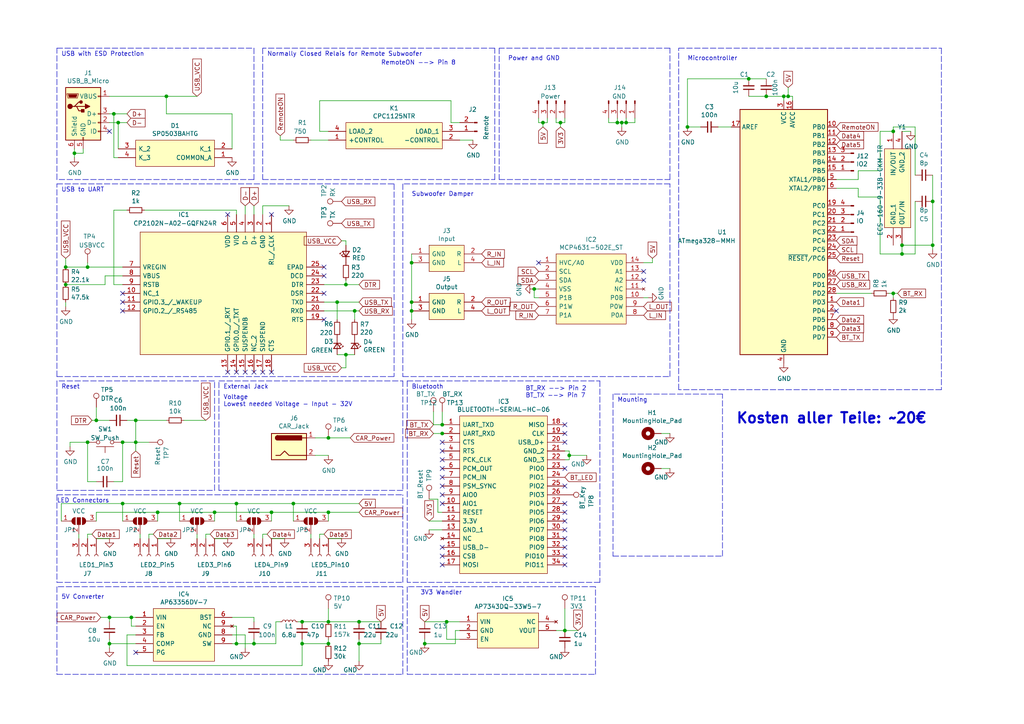
<source format=kicad_sch>
(kicad_sch (version 20211123) (generator eeschema)
  (paper "A4")
  (junction (at 25.4 77.47))
  (junction (at 199.39 36.83))
  (junction (at 154.94 83.82))
  (junction (at 100.33 102.87))
  (junction (at 100.33 82.55))
  (junction (at 95.25 186.69))
  (junction (at 162.56 35.56))
  (junction (at 119.38 87.63))
  (junction (at 179.07 35.56))
  (junction (at 104.14 186.69))
  (junction (at 119.38 76.2))
  (junction (at 73.66 186.69))
  (junction (at 119.38 90.17))
  (junction (at 21.59 44.45))
  (junction (at 228.6 27.94))
  (junction (at 68.58 186.69))
  (junction (at 39.37 121.92))
  (junction (at 157.48 35.56))
  (junction (at 270.51 58.42))
  (junction (at 102.87 90.17))
  (junction (at 19.05 82.55))
  (junction (at 35.56 128.27))
  (junction (at 85.09 146.05))
  (junction (at 78.74 148.59))
  (junction (at 87.63 180.34))
  (junction (at 163.83 182.88))
  (junction (at 261.62 73.66))
  (junction (at 68.58 146.05))
  (junction (at 62.23 148.59))
  (junction (at 31.75 186.69))
  (junction (at 39.37 128.27))
  (junction (at 129.54 180.34))
  (junction (at 128.27 123.19))
  (junction (at 48.26 27.94))
  (junction (at 217.17 22.86))
  (junction (at 222.25 27.94))
  (junction (at 165.1 132.08))
  (junction (at 27.94 121.92))
  (junction (at 45.72 148.59))
  (junction (at 33.02 33.02))
  (junction (at 128.27 125.73))
  (junction (at 227.33 27.94))
  (junction (at 95.25 127))
  (junction (at 38.1 179.07))
  (junction (at 25.4 128.27))
  (junction (at 261.62 71.12))
  (junction (at 95.25 148.59))
  (junction (at 123.19 186.69))
  (junction (at 104.14 180.34))
  (junction (at 34.29 35.56))
  (junction (at 35.56 146.05))
  (junction (at 87.63 186.69))
  (junction (at 180.34 35.56))
  (junction (at 97.79 87.63))
  (junction (at 95.25 180.34))
  (junction (at 259.08 38.1))
  (junction (at 19.05 77.47))
  (junction (at 270.51 71.12))
  (junction (at 31.75 179.07))
  (junction (at 181.61 35.56))
  (junction (at 259.08 85.09))
  (junction (at 52.07 146.05))
  (no_connect (at 128.27 163.83))
  (no_connect (at 78.74 62.23))
  (no_connect (at 76.2 107.95))
  (no_connect (at 31.75 38.1))
  (no_connect (at 156.21 76.2))
  (no_connect (at 71.12 107.95))
  (no_connect (at 163.83 151.13))
  (no_connect (at 39.37 189.23))
  (no_connect (at 93.98 92.71))
  (no_connect (at 128.27 130.81))
  (no_connect (at 163.83 125.73))
  (no_connect (at 128.27 158.75))
  (no_connect (at 242.57 90.17))
  (no_connect (at 163.83 123.19))
  (no_connect (at 128.27 140.97))
  (no_connect (at 128.27 133.35))
  (no_connect (at 163.83 146.05))
  (no_connect (at 163.83 161.29))
  (no_connect (at 186.69 81.28))
  (no_connect (at 93.98 77.47))
  (no_connect (at 163.83 128.27))
  (no_connect (at 163.83 153.67))
  (no_connect (at 128.27 143.51))
  (no_connect (at 35.56 90.17))
  (no_connect (at 163.83 135.89))
  (no_connect (at 163.83 148.59))
  (no_connect (at 128.27 128.27))
  (no_connect (at 128.27 138.43))
  (no_connect (at 128.27 146.05))
  (no_connect (at 163.83 140.97))
  (no_connect (at 128.27 161.29))
  (no_connect (at 66.04 107.95))
  (no_connect (at 163.83 163.83))
  (no_connect (at 163.83 158.75))
  (no_connect (at 73.66 107.95))
  (no_connect (at 186.69 78.74))
  (no_connect (at 35.56 85.09))
  (no_connect (at 163.83 156.21))
  (no_connect (at 68.58 107.95))
  (no_connect (at 93.98 85.09))
  (no_connect (at 35.56 87.63))
  (no_connect (at 128.27 135.89))
  (no_connect (at 93.98 80.01))
  (no_connect (at 66.04 62.23))
  (no_connect (at 78.74 107.95))
  (wire (pts (xy 154.94 83.82) (xy 154.94 86.36)))
  (wire (pts (xy 87.63 186.69) (xy 87.63 193.04)))
  (wire (pts (xy 25.4 128.27) (xy 25.4 139.7)))
  (wire (pts (xy 95.25 148.59) (xy 95.25 151.13)))
  (wire (pts (xy 67.31 181.61) (xy 68.58 181.61)))
  (polyline (pts (xy 194.31 109.22) (xy 194.31 53.34)))
  (wire (pts (xy 259.08 85.09) (xy 257.81 85.09)))
  (wire (pts (xy 81.28 40.64) (xy 85.09 40.64)))
  (wire (pts (xy 21.59 44.45) (xy 24.13 44.45)))
  (wire (pts (xy 31.75 180.34) (xy 31.75 179.07)))
  (wire (pts (xy 125.73 119.38) (xy 125.73 123.19)))
  (wire (pts (xy 19.05 74.93) (xy 19.05 77.47)))
  (wire (pts (xy 73.66 186.69) (xy 73.66 185.42)))
  (wire (pts (xy 199.39 22.86) (xy 199.39 36.83)))
  (wire (pts (xy 87.63 186.69) (xy 87.63 185.42)))
  (polyline (pts (xy 144.78 13.97) (xy 144.78 52.07)))
  (polyline (pts (xy 173.99 110.49) (xy 173.99 168.91)))
  (wire (pts (xy 68.58 151.13) (xy 68.58 146.05)))
  (wire (pts (xy 43.18 128.27) (xy 39.37 128.27)))
  (wire (pts (xy 33.02 82.55) (xy 33.02 60.96)))
  (wire (pts (xy 119.38 92.71) (xy 119.38 90.17)))
  (polyline (pts (xy 16.51 195.58) (xy 116.84 195.58)))
  (wire (pts (xy 62.23 148.59) (xy 62.23 151.13)))
  (wire (pts (xy 21.59 45.72) (xy 21.59 44.45)))
  (wire (pts (xy 67.31 43.18) (xy 67.31 33.02)))
  (wire (pts (xy 52.07 151.13) (xy 52.07 146.05)))
  (wire (pts (xy 57.15 154.94) (xy 57.15 156.21)))
  (polyline (pts (xy 118.11 110.49) (xy 173.99 110.49)))
  (wire (pts (xy 52.07 146.05) (xy 68.58 146.05)))
  (wire (pts (xy 222.25 27.94) (xy 217.17 27.94)))
  (wire (pts (xy 161.29 182.88) (xy 163.83 182.88)))
  (wire (pts (xy 100.33 81.28) (xy 100.33 82.55)))
  (wire (pts (xy 259.08 36.83) (xy 259.08 38.1)))
  (wire (pts (xy 78.74 148.59) (xy 78.74 151.13)))
  (wire (pts (xy 60.96 154.94) (xy 59.69 154.94)))
  (wire (pts (xy 165.1 132.08) (xy 165.1 133.35)))
  (polyline (pts (xy 116.84 195.58) (xy 116.84 170.18)))
  (wire (pts (xy 248.92 57.15) (xy 255.27 57.15)))
  (wire (pts (xy 119.38 87.63) (xy 119.38 90.17)))
  (polyline (pts (xy 16.51 170.18) (xy 16.51 195.58)))
  (wire (pts (xy 128.27 125.73) (xy 128.27 125.73)))
  (wire (pts (xy 27.94 148.59) (xy 27.94 151.13)))
  (wire (pts (xy 100.33 82.55) (xy 104.14 82.55)))
  (polyline (pts (xy 63.5 142.24) (xy 63.5 110.49)))
  (wire (pts (xy 73.66 180.34) (xy 73.66 179.07)))
  (wire (pts (xy 49.53 156.21) (xy 45.72 156.21)))
  (wire (pts (xy 59.69 154.94) (xy 59.69 156.21)))
  (wire (pts (xy 187.96 86.36) (xy 186.69 86.36)))
  (wire (pts (xy 19.05 88.9) (xy 19.05 87.63)))
  (wire (pts (xy 259.08 86.36) (xy 259.08 85.09)))
  (wire (pts (xy 265.43 73.66) (xy 265.43 58.42)))
  (wire (pts (xy 123.19 185.42) (xy 123.19 186.69)))
  (wire (pts (xy 95.25 127) (xy 101.6 127)))
  (polyline (pts (xy 118.11 195.58) (xy 172.72 195.58)))
  (wire (pts (xy 31.75 186.69) (xy 31.75 187.96)))
  (wire (pts (xy 255.27 38.1) (xy 259.08 38.1)))
  (wire (pts (xy 95.25 180.34) (xy 104.14 180.34)))
  (wire (pts (xy 128.27 151.13) (xy 124.46 151.13)))
  (wire (pts (xy 124.46 153.67) (xy 128.27 153.67)))
  (wire (pts (xy 95.25 148.59) (xy 104.14 148.59)))
  (wire (pts (xy 176.53 34.29) (xy 176.53 35.56)))
  (wire (pts (xy 24.13 44.45) (xy 24.13 43.18)))
  (polyline (pts (xy 172.72 195.58) (xy 172.72 170.18)))
  (wire (pts (xy 17.78 146.05) (xy 35.56 146.05)))
  (wire (pts (xy 93.98 87.63) (xy 97.79 87.63)))
  (wire (pts (xy 92.71 154.94) (xy 92.71 156.21)))
  (wire (pts (xy 33.02 139.7) (xy 35.56 139.7)))
  (wire (pts (xy 163.83 182.88) (xy 167.64 182.88)))
  (wire (pts (xy 68.58 62.23) (xy 68.58 60.96)))
  (wire (pts (xy 194.31 135.89) (xy 191.77 135.89)))
  (wire (pts (xy 228.6 27.94) (xy 229.87 27.94)))
  (polyline (pts (xy 194.31 13.97) (xy 144.78 13.97)))
  (wire (pts (xy 104.14 180.34) (xy 110.49 180.34)))
  (wire (pts (xy 71.12 184.15) (xy 67.31 184.15)))
  (polyline (pts (xy 118.11 170.18) (xy 118.11 195.58)))
  (wire (pts (xy 33.02 45.72) (xy 34.29 45.72)))
  (wire (pts (xy 161.29 34.29) (xy 161.29 35.56)))
  (wire (pts (xy 19.05 77.47) (xy 25.4 77.47)))
  (wire (pts (xy 35.56 82.55) (xy 33.02 82.55)))
  (wire (pts (xy 93.98 82.55) (xy 100.33 82.55)))
  (wire (pts (xy 104.14 90.17) (xy 102.87 90.17)))
  (wire (pts (xy 82.55 156.21) (xy 78.74 156.21)))
  (wire (pts (xy 77.47 154.94) (xy 76.2 154.94)))
  (wire (pts (xy 67.31 33.02) (xy 48.26 33.02)))
  (wire (pts (xy 259.08 71.12) (xy 259.08 71.12)))
  (wire (pts (xy 62.23 148.59) (xy 45.72 148.59)))
  (wire (pts (xy 38.1 179.07) (xy 39.37 179.07)))
  (wire (pts (xy 125.73 123.19) (xy 128.27 123.19)))
  (wire (pts (xy 90.17 154.94) (xy 90.17 156.21)))
  (wire (pts (xy 161.29 35.56) (xy 162.56 35.56)))
  (wire (pts (xy 261.62 73.66) (xy 261.62 71.12)))
  (wire (pts (xy 123.19 186.69) (xy 132.08 186.69)))
  (wire (pts (xy 33.02 33.02) (xy 36.83 33.02)))
  (polyline (pts (xy 273.05 113.03) (xy 196.85 113.03)))
  (wire (pts (xy 156.21 34.29) (xy 156.21 35.56)))
  (wire (pts (xy 92.71 38.1) (xy 92.71 29.21)))
  (wire (pts (xy 265.43 50.8) (xy 265.43 36.83)))
  (polyline (pts (xy 196.85 113.03) (xy 196.85 13.97)))
  (wire (pts (xy 157.48 35.56) (xy 157.48 36.83)))
  (wire (pts (xy 45.72 148.59) (xy 27.94 148.59)))
  (wire (pts (xy 93.98 154.94) (xy 92.71 154.94)))
  (wire (pts (xy 80.01 180.34) (xy 81.28 180.34)))
  (polyline (pts (xy 73.66 13.97) (xy 73.66 52.07)))
  (wire (pts (xy 248.92 49.53) (xy 255.27 49.53)))
  (wire (pts (xy 180.34 35.56) (xy 180.34 36.83)))
  (wire (pts (xy 99.06 156.21) (xy 95.25 156.21)))
  (wire (pts (xy 123.19 180.34) (xy 129.54 180.34)))
  (wire (pts (xy 40.64 154.94) (xy 40.64 156.21)))
  (wire (pts (xy 22.86 154.94) (xy 22.86 156.21)))
  (wire (pts (xy 31.75 35.56) (xy 34.29 35.56)))
  (wire (pts (xy 86.36 180.34) (xy 87.63 180.34)))
  (wire (pts (xy 176.53 35.56) (xy 179.07 35.56)))
  (wire (pts (xy 229.87 27.94) (xy 229.87 29.21)))
  (polyline (pts (xy 16.51 142.24) (xy 62.23 142.24)))
  (wire (pts (xy 100.33 102.87) (xy 97.79 102.87)))
  (wire (pts (xy 104.14 191.77) (xy 104.14 186.69)))
  (wire (pts (xy 132.08 182.88) (xy 133.35 182.88)))
  (wire (pts (xy 33.02 33.02) (xy 33.02 45.72)))
  (wire (pts (xy 119.38 73.66) (xy 119.38 76.2)))
  (wire (pts (xy 100.33 102.87) (xy 102.87 102.87)))
  (wire (pts (xy 208.28 36.83) (xy 212.09 36.83)))
  (wire (pts (xy 222.25 22.86) (xy 217.17 22.86)))
  (polyline (pts (xy 143.51 52.07) (xy 143.51 13.97)))
  (polyline (pts (xy 62.23 142.24) (xy 62.23 110.49)))
  (wire (pts (xy 265.43 36.83) (xy 259.08 36.83)))
  (polyline (pts (xy 209.55 114.3) (xy 177.8 114.3)))
  (polyline (pts (xy 62.23 110.49) (xy 16.51 110.49)))
  (wire (pts (xy 119.38 76.2) (xy 119.38 87.63)))
  (wire (pts (xy 31.75 156.21) (xy 27.94 156.21)))
  (wire (pts (xy 102.87 92.71) (xy 102.87 90.17)))
  (wire (pts (xy 73.66 186.69) (xy 80.01 186.69)))
  (wire (pts (xy 162.56 35.56) (xy 162.56 36.83)))
  (wire (pts (xy 34.29 43.18) (xy 34.29 35.56)))
  (polyline (pts (xy 144.78 52.07) (xy 194.31 52.07)))
  (wire (pts (xy 33.02 60.96) (xy 36.83 60.96)))
  (polyline (pts (xy 177.8 161.29) (xy 209.55 161.29)))
  (wire (pts (xy 44.45 154.94) (xy 43.18 154.94)))
  (wire (pts (xy 127 148.59) (xy 127 144.78)))
  (wire (pts (xy 30.48 80.01) (xy 35.56 80.01)))
  (wire (pts (xy 48.26 27.94) (xy 57.15 27.94)))
  (wire (pts (xy 19.05 82.55) (xy 30.48 82.55)))
  (polyline (pts (xy 16.51 110.49) (xy 16.51 142.24)))
  (polyline (pts (xy 273.05 13.97) (xy 273.05 113.03)))
  (wire (pts (xy 181.61 35.56) (xy 184.15 35.56)))
  (polyline (pts (xy 73.66 52.07) (xy 16.51 52.07)))
  (wire (pts (xy 227.33 27.94) (xy 222.25 27.94)))
  (wire (pts (xy 20.32 128.27) (xy 25.4 128.27)))
  (wire (pts (xy 137.16 40.64) (xy 133.35 40.64)))
  (polyline (pts (xy 16.51 109.22) (xy 16.51 53.34)))
  (wire (pts (xy 227.33 27.94) (xy 228.6 27.94)))
  (wire (pts (xy 228.6 27.94) (xy 228.6 25.4)))
  (wire (pts (xy 68.58 146.05) (xy 85.09 146.05)))
  (wire (pts (xy 242.57 52.07) (xy 248.92 52.07)))
  (wire (pts (xy 67.31 186.69) (xy 68.58 186.69)))
  (wire (pts (xy 76.2 154.94) (xy 76.2 156.21)))
  (wire (pts (xy 27.94 121.92) (xy 27.94 118.11)))
  (wire (pts (xy 130.81 35.56) (xy 133.35 35.56)))
  (wire (pts (xy 76.2 59.69) (xy 76.2 62.23)))
  (wire (pts (xy 95.25 132.08) (xy 91.44 132.08)))
  (wire (pts (xy 26.67 154.94) (xy 25.4 154.94)))
  (wire (pts (xy 20.32 128.27) (xy 20.32 129.54)))
  (polyline (pts (xy 76.2 13.97) (xy 76.2 52.07)))
  (wire (pts (xy 179.07 34.29) (xy 179.07 35.56)))
  (wire (pts (xy 110.49 186.69) (xy 104.14 186.69)))
  (wire (pts (xy 99.06 106.68) (xy 100.33 106.68)))
  (wire (pts (xy 35.56 146.05) (xy 52.07 146.05)))
  (wire (pts (xy 128.27 148.59) (xy 127 148.59)))
  (polyline (pts (xy 63.5 110.49) (xy 116.84 110.49)))
  (wire (pts (xy 99.06 69.85) (xy 100.33 69.85)))
  (wire (pts (xy 261.62 71.12) (xy 270.51 71.12)))
  (wire (pts (xy 34.29 35.56) (xy 36.83 35.56)))
  (wire (pts (xy 104.14 146.05) (xy 85.09 146.05)))
  (wire (pts (xy 261.62 73.66) (xy 265.43 73.66)))
  (wire (pts (xy 78.74 148.59) (xy 62.23 148.59)))
  (wire (pts (xy 170.18 132.08) (xy 165.1 132.08)))
  (polyline (pts (xy 116.84 168.91) (xy 116.84 143.51)))
  (wire (pts (xy 130.81 29.21) (xy 130.81 35.56)))
  (wire (pts (xy 97.79 87.63) (xy 104.14 87.63)))
  (wire (pts (xy 31.75 179.07) (xy 38.1 179.07)))
  (wire (pts (xy 39.37 121.92) (xy 48.26 121.92)))
  (wire (pts (xy 255.27 49.53) (xy 255.27 38.1)))
  (wire (pts (xy 45.72 148.59) (xy 45.72 151.13)))
  (wire (pts (xy 129.54 185.42) (xy 129.54 180.34)))
  (wire (pts (xy 199.39 36.83) (xy 203.2 36.83)))
  (wire (pts (xy 180.34 35.56) (xy 181.61 35.56)))
  (wire (pts (xy 157.48 35.56) (xy 158.75 35.56)))
  (polyline (pts (xy 173.99 168.91) (xy 118.11 168.91)))
  (wire (pts (xy 39.37 184.15) (xy 36.83 184.15)))
  (wire (pts (xy 95.25 186.69) (xy 95.25 185.42)))
  (wire (pts (xy 36.83 184.15) (xy 36.83 193.04)))
  (wire (pts (xy 179.07 35.56) (xy 180.34 35.56)))
  (wire (pts (xy 227.33 29.21) (xy 227.33 27.94)))
  (polyline (pts (xy 16.51 13.97) (xy 73.66 13.97)))
  (wire (pts (xy 73.66 62.23) (xy 73.66 59.69)))
  (wire (pts (xy 181.61 34.29) (xy 181.61 35.56)))
  (wire (pts (xy 68.58 186.69) (xy 73.66 186.69)))
  (wire (pts (xy 71.12 59.69) (xy 71.12 62.23)))
  (wire (pts (xy 259.08 85.09) (xy 260.35 85.09)))
  (wire (pts (xy 217.17 22.86) (xy 199.39 22.86)))
  (wire (pts (xy 189.23 76.2) (xy 186.69 76.2)))
  (polyline (pts (xy 16.51 109.22) (xy 114.3 109.22)))
  (wire (pts (xy 248.92 54.61) (xy 248.92 57.15)))
  (polyline (pts (xy 172.72 170.18) (xy 118.11 170.18)))
  (wire (pts (xy 194.31 125.73) (xy 191.77 125.73)))
  (polyline (pts (xy 196.85 13.97) (xy 273.05 13.97)))
  (wire (pts (xy 129.54 180.34) (xy 133.35 180.34)))
  (wire (pts (xy 95.25 176.53) (xy 95.25 180.34)))
  (wire (pts (xy 25.4 77.47) (xy 35.56 77.47)))
  (polyline (pts (xy 143.51 13.97) (xy 76.2 13.97)))
  (polyline (pts (xy 116.84 110.49) (xy 116.84 142.24)))
  (wire (pts (xy 73.66 179.07) (xy 67.31 179.07)))
  (wire (pts (xy 31.75 27.94) (xy 48.26 27.94)))
  (wire (pts (xy 270.51 71.12) (xy 270.51 72.39)))
  (wire (pts (xy 26.67 121.92) (xy 27.94 121.92)))
  (wire (pts (xy 127 144.78) (xy 124.46 144.78)))
  (wire (pts (xy 39.37 128.27) (xy 35.56 128.27)))
  (polyline (pts (xy 194.31 53.34) (xy 116.84 53.34)))
  (wire (pts (xy 154.94 83.82) (xy 156.21 83.82)))
  (polyline (pts (xy 16.51 52.07) (xy 16.51 13.97)))
  (polyline (pts (xy 209.55 161.29) (xy 209.55 114.3)))
  (wire (pts (xy 184.15 35.56) (xy 184.15 34.29)))
  (polyline (pts (xy 116.84 142.24) (xy 63.5 142.24)))
  (wire (pts (xy 102.87 90.17) (xy 93.98 90.17)))
  (wire (pts (xy 71.12 187.96) (xy 71.12 184.15)))
  (wire (pts (xy 132.08 186.69) (xy 132.08 182.88)))
  (wire (pts (xy 68.58 181.61) (xy 68.58 186.69)))
  (wire (pts (xy 59.69 121.92) (xy 53.34 121.92)))
  (wire (pts (xy 83.82 59.69) (xy 76.2 59.69)))
  (wire (pts (xy 17.78 151.13) (xy 17.78 146.05)))
  (polyline (pts (xy 116.84 109.22) (xy 194.31 109.22)))
  (wire (pts (xy 35.56 139.7) (xy 35.56 128.27)))
  (polyline (pts (xy 16.51 53.34) (xy 114.3 53.34)))
  (wire (pts (xy 21.59 44.45) (xy 21.59 43.18)))
  (wire (pts (xy 85.09 151.13) (xy 85.09 146.05)))
  (wire (pts (xy 110.49 185.42) (xy 110.49 186.69)))
  (wire (pts (xy 156.21 35.56) (xy 157.48 35.56)))
  (polyline (pts (xy 194.31 52.07) (xy 194.31 13.97)))
  (wire (pts (xy 25.4 76.2) (xy 25.4 77.47)))
  (wire (pts (xy 189.23 74.93) (xy 189.23 76.2)))
  (wire (pts (xy 87.63 186.69) (xy 95.25 186.69)))
  (wire (pts (xy 91.44 127) (xy 95.25 127)))
  (wire (pts (xy 30.48 82.55) (xy 30.48 80.01)))
  (polyline (pts (xy 177.8 114.3) (xy 177.8 161.29)))
  (wire (pts (xy 97.79 92.71) (xy 97.79 87.63)))
  (wire (pts (xy 81.28 39.37) (xy 81.28 40.64)))
  (wire (pts (xy 162.56 35.56) (xy 163.83 35.56)))
  (polyline (pts (xy 116.84 170.18) (xy 16.51 170.18)))
  (wire (pts (xy 163.83 182.88) (xy 163.83 176.53)))
  (wire (pts (xy 92.71 29.21) (xy 130.81 29.21)))
  (wire (pts (xy 31.75 185.42) (xy 31.75 186.69)))
  (wire (pts (xy 35.56 151.13) (xy 35.56 146.05)))
  (wire (pts (xy 87.63 193.04) (xy 36.83 193.04)))
  (wire (pts (xy 95.25 38.1) (xy 92.71 38.1)))
  (wire (pts (xy 39.37 186.69) (xy 31.75 186.69)))
  (wire (pts (xy 95.25 180.34) (xy 87.63 180.34)))
  (wire (pts (xy 165.1 132.08) (xy 165.1 130.81)))
  (wire (pts (xy 163.83 35.56) (xy 163.83 34.29)))
  (wire (pts (xy 128.27 125.73) (xy 125.73 125.73)))
  (wire (pts (xy 66.04 156.21) (xy 62.23 156.21)))
  (wire (pts (xy 128.27 119.38) (xy 128.27 123.19)))
  (wire (pts (xy 43.18 154.94) (xy 43.18 156.21)))
  (wire (pts (xy 39.37 128.27) (xy 39.37 130.81)))
  (polyline (pts (xy 118.11 110.49) (xy 118.11 168.91)))
  (wire (pts (xy 31.75 33.02) (xy 33.02 33.02)))
  (wire (pts (xy 100.33 106.68) (xy 100.33 102.87)))
  (wire (pts (xy 39.37 121.92) (xy 39.37 128.27)))
  (wire (pts (xy 270.51 58.42) (xy 270.51 71.12)))
  (wire (pts (xy 255.27 57.15) (xy 255.27 73.66)))
  (wire (pts (xy 29.21 179.07) (xy 31.75 179.07)))
  (polyline (pts (xy 16.51 143.51) (xy 116.84 143.51)))
  (polyline (pts (xy 116.84 53.34) (xy 116.84 109.22)))
  (wire (pts (xy 25.4 139.7) (xy 27.94 139.7)))
  (wire (pts (xy 36.83 121.92) (xy 39.37 121.92)))
  (wire (pts (xy 158.75 35.56) (xy 158.75 34.29)))
  (wire (pts (xy 264.16 38.1) (xy 261.62 38.1)))
  (wire (pts (xy 165.1 130.81) (xy 163.83 130.81)))
  (wire (pts (xy 25.4 154.94) (xy 25.4 156.21)))
  (wire (pts (xy 90.17 40.64) (xy 95.25 40.64)))
  (wire (pts (xy 255.27 73.66) (xy 261.62 73.66)))
  (wire (pts (xy 38.1 179.07) (xy 38.1 181.61)))
  (polyline (pts (xy 76.2 52.07) (xy 143.51 52.07)))
  (wire (pts (xy 248.92 52.07) (xy 248.92 49.53)))
  (polyline (pts (xy 16.51 143.51) (xy 16.51 168.91)))
  (wire (pts (xy 68.58 60.96) (xy 41.91 60.96)))
  (wire (pts (xy 48.26 33.02) (xy 48.26 27.94)))
  (wire (pts (xy 80.01 186.69) (xy 80.01 180.34)))
  (wire (pts (xy 133.35 185.42) (xy 129.54 185.42)))
  (polyline (pts (xy 16.51 168.91) (xy 116.84 168.91)))
  (wire (pts (xy 100.33 69.85) (xy 100.33 71.12)))
  (wire (pts (xy 27.94 121.92) (xy 31.75 121.92)))
  (wire (pts (xy 154.94 86.36) (xy 156.21 86.36)))
  (wire (pts (xy 73.66 154.94) (xy 73.66 156.21)))
  (wire (pts (xy 95.25 148.59) (xy 78.74 148.59)))
  (wire (pts (xy 38.1 181.61) (xy 39.37 181.61)))
  (wire (pts (xy 104.14 186.69) (xy 104.14 185.42)))
  (wire (pts (xy 165.1 133.35) (xy 163.83 133.35)))
  (polyline (pts (xy 114.3 53.34) (xy 114.3 109.22)))
  (wire (pts (xy 242.57 54.61) (xy 248.92 54.61)))
  (wire (pts (xy 252.73 85.09) (xy 242.57 85.09)))
  (wire (pts (xy 270.51 58.42) (xy 270.51 50.8)))
  (text "USB to UART" (at 17.78 55.88 0) (effects (font (size 1.27 1.27)) (justify left bottom)))
  (text "Microcontroller" (at 199.39 17.78 0) (effects (font (size 1.27 1.27)) (justify left bottom)))
  (text "3V3 Wandler" (at 121.92 172.72 0) (effects (font (size 1.27 1.27)) (justify left bottom)))
  (text "External Jack" (at 64.77 113.03 0) (effects (font (size 1.27 1.27)) (justify left bottom)))
  (text "Mounting" (at 179.07 116.84 0) (effects (font (size 1.27 1.27)) (justify left bottom)))
  (text "Normally Closed Relais for Remote Subwoofer" (at 77.47 16.51 0) (effects (font (size 1.27 1.27)) (justify left bottom)))
  (text "BT_RX --> Pin 2\nBT_TX --> Pin 7" (at 152.4 115.57 0) (effects (font (size 1.27 1.27)) (justify left bottom)))
  (text "USB with ESD Protection" (at 17.78 16.51 0) (effects (font (size 1.27 1.27)) (justify left bottom)))
  (text "LED Connectors" (at 16.51 146.05 0) (effects (font (size 1.27 1.27)) (justify left bottom)))
  (text "Power and GND" (at 147.32 17.78 0) (effects (font (size 1.27 1.27)) (justify left bottom)))
  (text "5V Converter" (at 17.78 173.99 0) (effects (font (size 1.27 1.27)) (justify left bottom)))
  (text "Voltage \nLowest needed Voltage - Input - 32V" (at 64.77 118.11 0) (effects (font (size 1.27 1.27)) (justify left bottom)))
  (text "Kosten aller Teile: ~20€" (at 213.36 123.19 0) (effects (font (size 2.9972 2.9972) (thickness 0.5994) bold) (justify left bottom)))
  (text "RemoteON --> Pin 8" (at 110.49 19.05 0) (effects (font (size 1.27 1.27)) (justify left bottom)))
  (text "Subwoofer Damper" (at 119.38 57.15 0) (effects (font (size 1.27 1.27)) (justify left bottom)))
  (text "Reset" (at 17.78 113.03 0) (effects (font (size 1.27 1.27)) (justify left bottom)))
  (text "Bluetooth" (at 119.38 113.03 0) (effects (font (size 1.27 1.27)) (justify left bottom)))
  (global_label "USB_TX" (shape input) (at 99.06 64.77 0) (property "Intersheet References" "${INTERSHEET_REFS}" (effects hide)))
  (global_label "Data5" (shape input) (at 242.57 41.91 0) (property "Intersheet References" "${INTERSHEET_REFS}" (effects hide)))
  (global_label "5V" (shape input) (at 189.23 74.93 90) (property "Intersheet References" "${INTERSHEET_REFS}" (effects hide)))
  (global_label "L_IN" (shape input) (at 139.7 76.2 0) (property "Intersheet References" "${INTERSHEET_REFS}" (effects hide)))
  (global_label "CAR_Power" (shape input) (at 101.6 127 0) (property "Intersheet References" "${INTERSHEET_REFS}" (effects hide)))
  (global_label "5V" (shape input) (at 123.19 180.34 90) (property "Intersheet References" "${INTERSHEET_REFS}" (effects hide)))
  (global_label "Data3" (shape input) (at 242.57 95.25 0) (property "Intersheet References" "${INTERSHEET_REFS}" (effects hide)))
  (global_label "L_OUT" (shape input) (at 186.69 88.9 0) (property "Intersheet References" "${INTERSHEET_REFS}" (effects hide)))
  (global_label "BT_LED" (shape input) (at 163.83 138.43 0) (property "Intersheet References" "${INTERSHEET_REFS}" (effects hide)))
  (global_label "Data1" (shape input) (at 242.57 87.63 0) (property "Intersheet References" "${INTERSHEET_REFS}" (effects hide)))
  (global_label "USB_RX" (shape input) (at 99.06 58.42 0) (property "Intersheet References" "${INTERSHEET_REFS}" (effects hide)))
  (global_label "USB_TX" (shape input) (at 242.57 80.01 0) (property "Intersheet References" "${INTERSHEET_REFS}" (effects hide)))
  (global_label "D+" (shape input) (at 36.83 33.02 0) (property "Intersheet References" "${INTERSHEET_REFS}" (effects hide)))
  (global_label "USB_VCC" (shape input) (at 99.06 69.85 180) (property "Intersheet References" "${INTERSHEET_REFS}" (effects hide)))
  (global_label "USB_VCC" (shape input) (at 99.06 106.68 180) (property "Intersheet References" "${INTERSHEET_REFS}" (effects hide)))
  (global_label "Data5" (shape input) (at 93.98 154.94 0) (property "Intersheet References" "${INTERSHEET_REFS}" (effects hide)))
  (global_label "SDA" (shape input) (at 242.57 69.85 0) (property "Intersheet References" "${INTERSHEET_REFS}" (effects hide)))
  (global_label "BT_TX" (shape input) (at 125.73 123.19 180) (property "Intersheet References" "${INTERSHEET_REFS}" (effects hide)))
  (global_label "BT_TX" (shape input) (at 242.57 97.79 0) (property "Intersheet References" "${INTERSHEET_REFS}" (effects hide)))
  (global_label "USB_VCC" (shape input) (at 57.15 27.94 90) (property "Intersheet References" "${INTERSHEET_REFS}" (effects hide)))
  (global_label "Data4" (shape input) (at 242.57 39.37 0) (property "Intersheet References" "${INTERSHEET_REFS}" (effects hide)))
  (global_label "D-" (shape input) (at 71.12 59.69 90) (property "Intersheet References" "${INTERSHEET_REFS}" (effects hide)))
  (global_label "D-" (shape input) (at 36.83 35.56 0) (property "Intersheet References" "${INTERSHEET_REFS}" (effects hide)))
  (global_label "3V3" (shape input) (at 162.56 36.83 270) (property "Intersheet References" "${INTERSHEET_REFS}" (effects hide)))
  (global_label "USB_TX" (shape input) (at 104.14 87.63 0) (property "Intersheet References" "${INTERSHEET_REFS}" (effects hide)))
  (global_label "USB_RX" (shape input) (at 242.57 82.55 0) (property "Intersheet References" "${INTERSHEET_REFS}" (effects hide)))
  (global_label "3V3" (shape input) (at 124.46 151.13 90) (property "Intersheet References" "${INTERSHEET_REFS}" (effects hide)))
  (global_label "R_IN" (shape input) (at 156.21 91.44 180) (property "Intersheet References" "${INTERSHEET_REFS}" (effects hide)))
  (global_label "USB_VCC" (shape input) (at 59.69 121.92 90) (property "Intersheet References" "${INTERSHEET_REFS}" (effects hide)))
  (global_label "Data3" (shape input) (at 60.96 154.94 0) (property "Intersheet References" "${INTERSHEET_REFS}" (effects hide)))
  (global_label "L_OUT" (shape input) (at 139.7 90.17 0) (property "Intersheet References" "${INTERSHEET_REFS}" (effects hide)))
  (global_label "5V" (shape input) (at 104.14 146.05 0) (property "Intersheet References" "${INTERSHEET_REFS}" (effects hide)))
  (global_label "SDA" (shape input) (at 156.21 81.28 180) (property "Intersheet References" "${INTERSHEET_REFS}" (effects hide)))
  (global_label "CAR_Power" (shape input) (at 29.21 179.07 180) (property "Intersheet References" "${INTERSHEET_REFS}" (effects hide)))
  (global_label "D+" (shape input) (at 73.66 59.69 90) (property "Intersheet References" "${INTERSHEET_REFS}" (effects hide)))
  (global_label "Data2" (shape input) (at 44.45 154.94 0) (property "Intersheet References" "${INTERSHEET_REFS}" (effects hide)))
  (global_label "DTR" (shape input) (at 26.67 121.92 180) (property "Intersheet References" "${INTERSHEET_REFS}" (effects hide)))
  (global_label "DTR" (shape input) (at 104.14 82.55 0) (property "Intersheet References" "${INTERSHEET_REFS}" (effects hide)))
  (global_label "Data1" (shape input) (at 26.67 154.94 0) (property "Intersheet References" "${INTERSHEET_REFS}" (effects hide)))
  (global_label "SCL" (shape input) (at 242.57 72.39 0) (property "Intersheet References" "${INTERSHEET_REFS}" (effects hide)))
  (global_label "SCL" (shape input) (at 156.21 78.74 180) (property "Intersheet References" "${INTERSHEET_REFS}" (effects hide)))
  (global_label "5V" (shape input) (at 228.6 25.4 90) (property "Intersheet References" "${INTERSHEET_REFS}" (effects hide)))
  (global_label "Reset" (shape input) (at 242.57 74.93 0) (property "Intersheet References" "${INTERSHEET_REFS}" (effects hide)))
  (global_label "BT_RX" (shape input) (at 125.73 125.73 180) (property "Intersheet References" "${INTERSHEET_REFS}" (effects hide)))
  (global_label "5V" (shape input) (at 110.49 180.34 90) (property "Intersheet References" "${INTERSHEET_REFS}" (effects hide)))
  (global_label "Reset" (shape input) (at 39.37 130.81 270) (property "Intersheet References" "${INTERSHEET_REFS}" (effects hide)))
  (global_label "R_OUT" (shape input) (at 139.7 87.63 0) (property "Intersheet References" "${INTERSHEET_REFS}" (effects hide)))
  (global_label "RemoteON" (shape input) (at 242.57 36.83 0) (property "Intersheet References" "${INTERSHEET_REFS}" (effects hide)))
  (global_label "USB_VCC" (shape input) (at 19.05 74.93 90) (property "Intersheet References" "${INTERSHEET_REFS}" (effects hide)))
  (global_label "3V3" (shape input) (at 167.64 182.88 90) (property "Intersheet References" "${INTERSHEET_REFS}" (effects hide)))
  (global_label "5V" (shape input) (at 157.48 36.83 270) (property "Intersheet References" "${INTERSHEET_REFS}" (effects hide)))
  (global_label "CAR_Power" (shape input) (at 104.14 148.59 0) (property "Intersheet References" "${INTERSHEET_REFS}" (effects hide)))
  (global_label "Data2" (shape input) (at 242.57 92.71 0) (property "Intersheet References" "${INTERSHEET_REFS}" (effects hide)))
  (global_label "RemoteON" (shape input) (at 81.28 39.37 90) (property "Intersheet References" "${INTERSHEET_REFS}" (effects hide)))
  (global_label "Data4" (shape input) (at 77.47 154.94 0) (property "Intersheet References" "${INTERSHEET_REFS}" (effects hide)))
  (global_label "R_IN" (shape input) (at 139.7 73.66 0) (property "Intersheet References" "${INTERSHEET_REFS}" (effects hide)))
  (global_label "R_OUT" (shape input) (at 156.21 88.9 180) (property "Intersheet References" "${INTERSHEET_REFS}" (effects hide)))
  (global_label "USB_RX" (shape input) (at 104.14 90.17 0) (property "Intersheet References" "${INTERSHEET_REFS}" (effects hide)))
  (global_label "L_IN" (shape input) (at 186.69 91.44 0) (property "Intersheet References" "${INTERSHEET_REFS}" (effects hide)))
  (global_label "BT_RX" (shape input) (at 260.35 85.09 0) (property "Intersheet References" "${INTERSHEET_REFS}" (effects hide)))
  (symbol (lib_id "power:GND") (at 227.33 105.41 0) (unit 1)
    (property "Reference" "#PWR0101" (effects hide))
    (property "Value" "GND" (at 227.457 109.8042 0))
  )
  (symbol (lib_id "Connector:USB_B_Micro") (at 24.13 33.02 0) (unit 1)
    (property "Reference" "J1" (at 25.5778 21.1582 0))
    (property "Value" "USB_B_Micro" (at 25.5778 23.4696 0))
    (property "Footprint" "LibraryLoader:UJ2MIBHGSMTTR" (effects hide))
    (property "MFN" "UJ2-MIBH-G-SMT-TR" (effects hide))
    (property "Price" "0,381 €" (effects hide))
  )
  (symbol (lib_id "power:GND") (at 21.59 45.72 0) (unit 1)
    (property "Reference" "#PWR0102" (effects hide))
    (property "Value" "GND" (at 21.717 50.1142 0))
  )
  (symbol (lib_id "Device:C_Small") (at 205.74 36.83 270) (unit 1)
    (property "Reference" "C3" (at 205.74 31.0134 90))
    (property "Value" "100n" (at 205.74 33.3248 90))
    (property "Footprint" "Capacitor_SMD:C_0603_1608Metric" (effects hide))
    (property "MFN" "C0603C104Z3VAC" (effects hide))
    (property "Price" "0,085 €" (effects hide))
  )
  (symbol (lib_id "power:GND") (at 199.39 36.83 0) (unit 1)
    (property "Reference" "#PWR0103" (effects hide))
    (property "Value" "GND" (at 199.517 41.2242 0))
  )
  (symbol (lib_id "Device:C_Small") (at 267.97 50.8 270) (unit 1)
    (property "Reference" "C4" (at 267.97 44.9834 90))
    (property "Value" "8p" (at 267.97 47.2948 90))
    (property "Footprint" "Capacitor_SMD:C_0603_1608Metric" (effects hide))
    (property "MFN" "CL10C080CB8NNNC" (effects hide))
    (property "Price" "0,085 €" (effects hide))
  )
  (symbol (lib_id "Device:C_Small") (at 267.97 58.42 90) (unit 1)
    (property "Reference" "C5" (at 267.97 63.5 90))
    (property "Value" "8p" (at 267.97 60.96 90))
    (property "Footprint" "Capacitor_SMD:C_0603_1608Metric" (effects hide))
    (property "MFN" "CL10C080CB8NNNC" (effects hide))
    (property "Price" "0,085 €" (effects hide))
  )
  (symbol (lib_id "power:GND") (at 270.51 72.39 0) (unit 1)
    (property "Reference" "#PWR0104" (effects hide))
    (property "Value" "GND" (at 270.637 76.7842 0))
  )
  (symbol (lib_id "Device:C_Small") (at 34.29 121.92 270) (unit 1)
    (property "Reference" "C6" (at 34.29 116.1034 90))
    (property "Value" "100n" (at 34.29 118.4148 90))
    (property "Footprint" "Capacitor_SMD:C_0603_1608Metric" (effects hide))
    (property "MFN" "C0603C104Z3VAC" (effects hide))
    (property "Price" "0,085 €" (effects hide))
  )
  (symbol (lib_id "Switch:SW_Push") (at 30.48 128.27 180) (unit 1)
    (property "Reference" "SW1" (at 30.48 124.46 0))
    (property "Value" "SW_Push" (at 30.48 127 0))
    (property "Footprint" "LibraryLoader:Button_Omron" (effects hide))
    (property "MFN" "B3F-1020" (effects hide))
    (property "Price" "0,288 €" (effects hide))
  )
  (symbol (lib_id "Device:R_Small") (at 50.8 121.92 270) (unit 1)
    (property "Reference" "R10" (at 50.8 116.9416 90))
    (property "Value" "10k" (at 50.8 119.253 90))
    (property "Footprint" "Resistor_SMD:R_0603_1608Metric" (effects hide))
    (property "MFN" "CRCW060310K0JNEAC" (effects hide))
    (property "Price" "0,085 €" (effects hide))
  )
  (symbol (lib_id "power:GND") (at 20.32 129.54 0) (unit 1)
    (property "Reference" "#PWR0105" (effects hide))
    (property "Value" "GND" (at 20.447 133.9342 0))
  )
  (symbol (lib_id "Device:C_Small") (at 30.48 139.7 270) (unit 1)
    (property "Reference" "C7" (at 30.48 133.8834 90))
    (property "Value" "100n" (at 30.48 135.89 90))
    (property "Footprint" "Capacitor_SMD:C_0603_1608Metric" (effects hide))
    (property "MFN" "C0603C104Z3VAC" (effects hide))
    (property "Price" "0,085 €" (effects hide))
  )
  (symbol (lib_id "LibraryLoader:CP2102N-A02-GQFN24R") (at 78.74 62.23 270) (unit 1)
    (property "Reference" "IC1" (at 53.34 62.23 90))
    (property "Value" "CP2102N-A02-GQFN24R" (at 50.8 64.77 90))
    (property "Footprint" "LibraryLoader:QFN50P400X400X80-25N-D" (effects hide))
    (property "Datasheet" "https://www.silabs.com/documents/public/data-sheets/cp2102n-datasheet.pdf" (effects hide))
    (property "Description" "USB Interface IC USB to UART bridge - QFN24" (effects hide))
    (property "Height" "0.8" (effects hide))
    (property "Mouser Part Number" "634-CP2102NA02QFN24R" (effects hide))
    (property "Mouser Price/Stock" "https://www.mouser.co.uk/ProductDetail/Silicon-Labs/CP2102N-A02-GQFN24R?qs=u16ybLDytRaIVBf0X4zL0g%3D%3D" (effects hide))
    (property "Manufacturer_Name" "Silicon Labs" (effects hide))
    (property "Manufacturer_Part_Number" "CP2102N-A02-GQFN24R" (effects hide))
    (property "MFN" "CP2102N-A02-GQFN24R" (effects hide))
    (property "Price" "1,58 €" (effects hide))
  )
  (symbol (lib_id "Device:R_Small") (at 19.05 80.01 0) (unit 1)
    (property "Reference" "R4" (at 20.5486 78.8416 0) (effects (justify left)))
    (property "Value" "22.1k" (at 20.5486 81.153 0) (effects (justify left)))
    (property "Footprint" "Resistor_SMD:R_0603_1608Metric" (effects hide))
    (property "MFN" "CR0603-FX-2212ELF" (effects hide))
    (property "Price" "0,085 €" (effects hide))
  )
  (symbol (lib_id "Device:R_Small") (at 19.05 85.09 0) (unit 1)
    (property "Reference" "R5" (at 20.5486 83.9216 0) (effects (justify left)))
    (property "Value" "47.5k" (at 20.5486 86.233 0) (effects (justify left)))
    (property "Footprint" "Resistor_SMD:R_0603_1608Metric" (effects hide))
    (property "MFN" "CRCW060347K5FKEAC" (effects hide))
    (property "Price" "0,085 €" (effects hide))
  )
  (symbol (lib_id "power:GND") (at 19.05 88.9 0) (unit 1)
    (property "Reference" "#PWR0106" (effects hide))
    (property "Value" "GND" (at 19.177 93.2942 0))
  )
  (symbol (lib_id "Device:R_Small") (at 39.37 60.96 270) (unit 1)
    (property "Reference" "R2" (at 39.37 55.9816 90))
    (property "Value" "1k" (at 39.37 58.293 90))
    (property "Footprint" "Resistor_SMD:R_0603_1608Metric" (effects hide))
    (property "MFN" "CRCW06031K00JNEAC" (effects hide))
    (property "Price" "0,085 €" (effects hide))
  )
  (symbol (lib_id "power:GND") (at 67.31 45.72 0) (unit 1)
    (property "Reference" "#PWR0107" (effects hide))
    (property "Value" "GND" (at 67.437 50.1142 0))
  )
  (symbol (lib_id "LibraryLoader:SP0503BAHTG") (at 67.31 45.72 180) (unit 1)
    (property "Reference" "D1" (at 50.8 36.449 0))
    (property "Value" "SP0503BAHTG" (at 50.8 38.7604 0))
    (property "Footprint" "LibraryLoader:SP0503BAHTG" (effects hide))
    (property "Description" "ESD Suppressors / TVS Diodes TVS AVAL DIODE SMT" (effects hide))
    (property "Height" "1.22" (effects hide))
    (property "Mouser Part Number" "576-SP0503BAHTG" (effects hide))
    (property "Mouser Price/Stock" "https://www.mouser.co.uk/ProductDetail/Littelfuse/SP0503BAHTG?qs=uD%2FdkN7XIa0NTYXwHdELYA%3D%3D" (effects hide))
    (property "Manufacturer_Name" "LITTELFUSE" (effects hide))
    (property "Manufacturer_Part_Number" "SP0503BAHTG" (effects hide))
    (property "MFN" "SP0503BAHTG" (effects hide))
    (property "Price" "0,91 €" (effects hide))
  )
  (symbol (lib_id "Device:C_Small") (at 222.25 25.4 180) (unit 1)
    (property "Reference" "C2" (at 223.52 21.59 0))
    (property "Value" "100n" (at 224.79 25.4 90))
    (property "Footprint" "Capacitor_SMD:C_0603_1608Metric" (effects hide))
    (property "MFN" "C0603C104Z3VAC" (effects hide))
    (property "Price" "0,085 €" (effects hide))
  )
  (symbol (lib_id "Device:C_Small") (at 217.17 25.4 180) (unit 1)
    (property "Reference" "C1" (at 215.9 21.59 0))
    (property "Value" "10u" (at 213.36 25.4 90))
    (property "Footprint" "Capacitor_SMD:C_1210_3225Metric" (effects hide))
    (property "MFN" "CL32A106KAJNNNE" (effects hide))
    (property "Price" "0,364 €" (effects hide))
  )
  (symbol (lib_id "LibraryLoader:AP7343DQ-33W5-7") (at 133.35 180.34 0) (unit 1)
    (property "Reference" "IC5" (at 147.32 173.609 0))
    (property "Value" "AP7343DQ-33W5-7" (at 147.32 175.9204 0))
    (property "Footprint" "LibraryLoader:SOT95P285X140-5N" (effects hide))
    (property "Datasheet" "https://4donline.ihs.com/images/VipMasterIC/IC/DIOD/DIOD-S-A0008524282/DIOD-S-A0008524455-1.pdf?hkey=EF798316E3902B6ED9A73243A3159BB0" (effects hide))
    (property "Description" "LDO Voltage Regulators 300mA 3.3V High PSSR Automotive LDO" (effects hide))
    (property "Height" "1.4" (effects hide))
    (property "Mouser Part Number" "621-AP7343DQ-33W5-7" (effects hide))
    (property "Mouser Price/Stock" "https://www.mouser.co.uk/ProductDetail/Diodes-Incorporated/AP7343DQ-33W5-7?qs=PzGy0jfpSMsQQifUZK%252BePQ%3D%3D" (effects hide))
    (property "Manufacturer_Name" "Diodes Inc." (effects hide))
    (property "Manufacturer_Part_Number" "AP7343DQ-33W5-7" (effects hide))
    (property "MFN" "AP7343DQ-33W5-7" (effects hide))
    (property "Price" "0,373 €" (effects hide))
  )
  (symbol (lib_id "power:GND") (at 95.25 132.08 0) (unit 1)
    (property "Reference" "#PWR0111" (effects hide))
    (property "Value" "GND" (at 95.377 136.4742 0))
  )
  (symbol (lib_id "Device:C_Small") (at 123.19 182.88 0) (unit 1)
    (property "Reference" "C13" (at 125.73 181.61 0) (effects (justify left)))
    (property "Value" "1u" (at 125.73 184.15 0) (effects (justify left)))
    (property "Footprint" "Capacitor_SMD:C_1210_3225Metric" (effects hide))
    (property "MFN" "CL32B105KBHNNNE" (effects hide))
    (property "Price" "0,237 €" (effects hide))
  )
  (symbol (lib_id "Device:C_Small") (at 31.75 182.88 0) (unit 1)
    (property "Reference" "C8" (at 25.4 182.88 0) (effects (justify left)))
    (property "Value" "10u" (at 25.4 185.42 0) (effects (justify left)))
    (property "Footprint" "Capacitor_SMD:C_1210_3225Metric" (effects hide))
    (property "MFN" "CL32A106KAJNNNE" (effects hide))
    (property "Price" "0,364 €" (effects hide))
  )
  (symbol (lib_id "power:GND") (at 31.75 187.96 0) (unit 1)
    (property "Reference" "#PWR0112" (effects hide))
    (property "Value" "GND" (at 31.877 192.3542 0))
  )
  (symbol (lib_id "Connector:Conn_01x02_Male") (at 138.43 38.1 180) (unit 1)
    (property "Reference" "J2" (at 135.89 31.75 0) (effects (justify right)))
    (property "Value" "Remote" (at 140.97 40.64 90) (effects (justify right)))
    (property "Footprint" "Connector_PinHeader_2.54mm:PinHeader_1x02_P2.54mm_Vertical" (effects hide))
    (property "MFN" "22-28-4170" (effects hide))
    (property "Price" "1,26 €" (effects hide))
  )
  (symbol (lib_id "LibraryLoader:BLUETOOTH-SERIAL-HC-06") (at 128.27 123.19 0) (unit 1)
    (property "Reference" "IC3" (at 146.05 116.459 0))
    (property "Value" "BLUETOOTH-SERIAL-HC-06" (at 146.05 118.7704 0))
    (property "Footprint" "LibraryLoader:BLUETOOTHSERIALHC06" (effects hide))
    (property "Datasheet" "https://www.olimex.com/Products/Components/RF/BLUETOOTH-SERIAL-HC-06/resources/hc06.pdf" (effects hide))
    (property "Description" "Bluetooth / 802.15.1 Modules BLUETOOTH-SERIAL-HC-06" (effects hide))
    (property "Height" "2" (effects hide))
    (property "Mouser Part Number" "909-BLE-SERIAL-HC-06" (effects hide))
    (property "Mouser Price/Stock" "https://www.mouser.co.uk/ProductDetail/Olimex-Ltd/BLUETOOTH-SERIAL-HC-06?qs=tMOYG%252Bw4%252BLzhaOkVjDuAYw%3D%3D" (effects hide))
    (property "Manufacturer_Name" "Olimex Ltd." (effects hide))
    (property "Manufacturer_Part_Number" "BLUETOOTH-SERIAL-HC-06" (effects hide))
  )
  (symbol (lib_id "Device:LED_Small") (at 102.87 100.33 270) (unit 1)
    (property "Reference" "D4" (at 105.3592 99.1616 90) (effects (justify left)))
    (property "Value" "GREEN" (at 105.3592 101.473 90) (effects (justify left)))
    (property "Footprint" "LED_SMD:LED_0603_1608Metric" (effects hide))
    (property "MFN" "AP1608SGC" (effects hide))
    (property "Price" "0,186 €" (effects hide))
  )
  (symbol (lib_id "Device:LED_Small") (at 97.79 100.33 270) (unit 1)
    (property "Reference" "D3" (at 93.98 99.06 90) (effects (justify left)))
    (property "Value" "GREEN" (at 90.17 101.6 90) (effects (justify left)))
    (property "Footprint" "LED_SMD:LED_0603_1608Metric" (effects hide))
    (property "MFN" "AP1608SGC" (effects hide))
    (property "Price" "0,186 €" (effects hide))
  )
  (symbol (lib_id "power:GND") (at 123.19 186.69 0) (unit 1)
    (property "Reference" "#PWR0120" (effects hide))
    (property "Value" "GND" (at 120.65 189.23 0))
  )
  (symbol (lib_id "Device:C_Small") (at 163.83 185.42 0) (unit 1)
    (property "Reference" "C14" (at 166.37 184.15 0) (effects (justify left)))
    (property "Value" "1u" (at 166.37 186.69 0) (effects (justify left)))
    (property "Footprint" "Capacitor_SMD:C_1210_3225Metric" (effects hide))
    (property "MFN" "CL32B105KBHNNNE" (effects hide))
    (property "Price" "0,237 €" (effects hide))
  )
  (symbol (lib_id "Device:LED_Small") (at 100.33 73.66 90) (unit 1)
    (property "Reference" "D2" (at 102.108 72.4916 90) (effects (justify right)))
    (property "Value" "RED" (at 102.108 74.803 90) (effects (justify right)))
    (property "Footprint" "LED_SMD:LED_0603_1608Metric" (effects hide))
    (property "MFN" "AP1608SRCPRV" (effects hide))
    (property "Price" "0,152 €" (effects hide))
  )
  (symbol (lib_id "Device:R_Small") (at 102.87 95.25 0) (unit 1)
    (property "Reference" "R7" (at 104.3686 94.0816 0) (effects (justify left)))
    (property "Value" "220" (at 104.3686 96.393 0) (effects (justify left)))
    (property "Footprint" "Resistor_SMD:R_0603_1608Metric" (effects hide))
    (property "MFN" "ERJ-3EKF2200V" (effects hide))
    (property "Price" "0,085 €" (effects hide))
  )
  (symbol (lib_id "power:GND") (at 71.12 187.96 0) (unit 1)
    (property "Reference" "#PWR0113" (effects hide))
    (property "Value" "GND" (at 68.58 190.5 0))
  )
  (symbol (lib_id "Device:R_Small") (at 97.79 95.25 0) (unit 1)
    (property "Reference" "R6" (at 93.98 93.98 0) (effects (justify left)))
    (property "Value" "220" (at 92.71 96.52 0) (effects (justify left)))
    (property "Footprint" "Resistor_SMD:R_0603_1608Metric" (effects hide))
    (property "MFN" "ERJ-3EKF2200V" (effects hide))
    (property "Price" "0,085 €" (effects hide))
  )
  (symbol (lib_id "Device:C_Small") (at 73.66 182.88 0) (unit 1)
    (property "Reference" "C9" (at 76.2 181.61 0) (effects (justify left)))
    (property "Value" "100n" (at 74.93 184.15 0) (effects (justify left)))
    (property "Footprint" "Capacitor_SMD:C_0603_1608Metric" (effects hide))
    (property "MFN" "C0603C104Z3VAC" (effects hide))
    (property "Price" "0,085 €" (effects hide))
  )
  (symbol (lib_id "LibraryLoader:CPC1125NTR") (at 95.25 38.1 0) (unit 1)
    (property "Reference" "K1" (at 114.3 31.369 0))
    (property "Value" "CPC1125NTR" (at 114.3 33.6804 0))
    (property "Footprint" "LibraryLoader:CPC1125NTR" (effects hide))
    (property "Datasheet" "https://componentsearchengine.com/Datasheets/1/CPC1125NTR.pdf" (effects hide))
    (property "Description" "Solid State Relays - PCB Mount SP, Normally-Closed OptoMOS Relay" (effects hide))
    (property "Height" "2.184" (effects hide))
    (property "Mouser Part Number" "849-CPC1125NTR" (effects hide))
    (property "Mouser Price/Stock" "https://www.mouser.co.uk/ProductDetail/IXYS-Integrated-Circuits/CPC1125NTR?qs=MxzUEhdSHRbpjtxy5vcpPQ%3D%3D" (effects hide))
    (property "Manufacturer_Name" "IXYS SEMICONDUCTOR" (effects hide))
    (property "Manufacturer_Part_Number" "CPC1125NTR" (effects hide))
    (property "MFN" "CPC1125NTR" (effects hide))
    (property "Price" "0,932 €" (effects hide))
  )
  (symbol (lib_id "power:GND") (at 163.83 187.96 0) (unit 1)
    (property "Reference" "#PWR0121" (effects hide))
    (property "Value" "GND" (at 161.29 190.5 0))
  )
  (symbol (lib_id "Device:R_Small") (at 100.33 78.74 0) (unit 1)
    (property "Reference" "R3" (at 101.8286 77.5716 0) (effects (justify left)))
    (property "Value" "220" (at 101.8286 79.883 0) (effects (justify left)))
    (property "Footprint" "Resistor_SMD:R_0603_1608Metric" (effects hide))
    (property "MFN" "ERJ-3EKF2200V" (effects hide))
    (property "Price" "0,085 €" (effects hide))
  )
  (symbol (lib_id "Device:L_Small") (at 83.82 180.34 90) (unit 1)
    (property "Reference" "L1" (at 83.82 181.61 90))
    (property "Value" "6.8u" (at 83.82 184.15 90))
    (property "Footprint" "Inductor_SMD:L_0603_1608Metric" (effects hide))
    (property "MFN" "MLZ1608N6R8LT000" (effects hide))
    (property "Price" "0,127 €" (effects hide))
  )
  (symbol (lib_id "Jumper:SolderJumper_3_Open") (at 90.17 151.13 0) (unit 1)
    (property "Reference" "JP5" (at 87.63 153.67 0))
    (property "Value" "VCC" (at 90.17 148.2344 0))
    (property "Footprint" "Jumper:SolderJumper-3_P1.3mm_Open_RoundedPad1.0x1.5mm_NumberLabels" (effects hide))
  )
  (symbol (lib_id "LibraryLoader:AP63356DV-7") (at 39.37 179.07 0) (unit 1)
    (property "Reference" "IC4" (at 53.34 172.339 0))
    (property "Value" "AP63356DV-7" (at 53.34 174.6504 0))
    (property "Footprint" "LibraryLoader:AP63356DV7" (effects hide))
    (property "Datasheet" "https://www.diodes.com/assets/Datasheets/AP63356-AP63357.pdf" (effects hide))
    (property "Description" "Switching Voltage Regulators DCDC Conv HV Buck V-DFN3020-13 T&R 3K 3.8V TO 32V INPUT, 3.5A LOW IQ SYNCHRONOUS BUCK WITH ENHANCED EMI REDUCTION" (effects hide))
    (property "Height" "0.85" (effects hide))
    (property "Mouser Part Number" "621-AP63356DV-7" (effects hide))
    (property "Mouser Price/Stock" "https://www.mouser.co.uk/ProductDetail/Diodes-Incorporated/AP63356DV-7?qs=bZr6mbWTK5k9UirUfdvjSw%3D%3D" (effects hide))
    (property "Manufacturer_Name" "Diodes Inc." (effects hide))
    (property "Manufacturer_Part_Number" "AP63356DV-7" (effects hide))
    (property "MFN" "AP63356DV-7" (effects hide))
    (property "Price" "0,855 €" (effects hide))
  )
  (symbol (lib_id "Device:C_Small") (at 87.63 182.88 0) (unit 1)
    (property "Reference" "C10" (at 90.17 181.61 0) (effects (justify left)))
    (property "Value" "47p" (at 88.9 184.15 0) (effects (justify left)))
    (property "Footprint" "Capacitor_SMD:C_0603_1608Metric" (effects hide))
    (property "MFN" "C0603C470M5HACTU" (effects hide))
    (property "Price" "0,085 €" (effects hide))
  )
  (symbol (lib_id "LibraryLoader:ECS-160-9-33B-CKM-TR") (at 261.62 38.1 270) (unit 1)
    (property "Reference" "Y1" (at 260.35 36.83 90) (effects (justify left)))
    (property "Value" "ECS-160-9-33B-CKM-TR" (at 255.27 41.91 0) (effects (justify left)))
    (property "Footprint" "LibraryLoader:ECS2501033BCKMTR" (effects hide))
    (property "Datasheet" "https://www.ecsxtal.com/store/pdf/ECS-33B.pdf" (effects hide))
    (property "Description" "Crystals 16MHz 9pF 10ppm -20C +70C" (effects hide))
    (property "Height" "0.8" (effects hide))
    (property "Mouser Part Number" "520-160-9-33B-CKMT" (effects hide))
    (property "Mouser Price/Stock" "https://www.mouser.co.uk/ProductDetail/ECS/ECS-160-9-33B-CKM-TR?qs=w%2Fv1CP2dgqoeVW%2FkD0CR0g%3D%3D" (effects hide))
    (property "Manufacturer_Name" "ECS" (effects hide))
    (property "Manufacturer_Part_Number" "ECS-160-9-33B-CKM-TR" (effects hide))
    (property "MFN" "ECS-160-9-33B-CKM-TR" (effects hide))
    (property "Price" "0,508 €" (effects hide))
  )
  (symbol (lib_id "Connector:Conn_01x03_Female") (at 25.4 161.29 270) (unit 1)
    (property "Reference" "J7" (at 24.13 166.37 90) (effects (justify left)))
    (property "Value" "LED1_Pin3" (at 22.86 163.83 90) (effects (justify left)))
    (property "Footprint" "Connector_PinHeader_2.54mm:PinHeader_1x03_P2.54mm_Horizontal" (effects hide))
    (property "MFN" "22-28-8151" (effects hide))
    (property "Price" "0,864 €" (effects hide))
  )
  (symbol (lib_id "Mechanical:MountingHole_Pad") (at 189.23 125.73 90) (unit 1)
    (property "Reference" "H1" (at 189.1538 119.7102 90))
    (property "Value" "MountingHole_Pad" (at 189.1538 122.0216 90))
    (property "Footprint" "MountingHole:MountingHole_2.5mm_Pad_Via" (effects hide))
  )
  (symbol (lib_id "Connector:Conn_01x03_Female") (at 43.18 161.29 270) (unit 1)
    (property "Reference" "J8" (at 41.91 166.37 90) (effects (justify left)))
    (property "Value" "LED2_Pin5" (at 40.64 163.83 90) (effects (justify left)))
    (property "Footprint" "Connector_PinHeader_2.54mm:PinHeader_1x03_P2.54mm_Horizontal" (effects hide))
  )
  (symbol (lib_id "power:GND") (at 180.34 36.83 0) (unit 1)
    (property "Reference" "#PWR0128" (effects hide))
    (property "Value" "GND" (at 180.467 41.2242 0))
  )
  (symbol (lib_id "Connector:Conn_01x03_Female") (at 59.69 161.29 270) (unit 1)
    (property "Reference" "J9" (at 58.42 166.37 90) (effects (justify left)))
    (property "Value" "LED3_Pin6" (at 57.15 163.83 90) (effects (justify left)))
    (property "Footprint" "Connector_PinHeader_2.54mm:PinHeader_1x03_P2.54mm_Horizontal" (effects hide))
  )
  (symbol (lib_id "MCU_Microchip_ATmega:ATmega328-MMH") (at 227.33 67.31 0) (unit 1)
    (property "Reference" "U1" (at 210.82 67.31 0) (effects (justify right)))
    (property "Value" "ATmega328-MMH" (at 213.36 69.85 0) (effects (justify right)))
    (property "Footprint" "Package_DFN_QFN:QFN-28-1EP_4x4mm_P0.45mm_EP2.4x2.4mm" (effects hide))
    (property "Datasheet" "http://ww1.microchip.com/downloads/en/DeviceDoc/ATmega328_P%20AVR%20MCU%20with%20picoPower%20Technology%20Data%20Sheet%2040001984A.pdf" (effects hide))
    (property "MFN" "ATMEGA328-MMH" (effects hide))
    (property "Price" "1,70 €" (effects hide))
  )
  (symbol (lib_id "Device:R_Small") (at 95.25 182.88 0) (unit 1)
    (property "Reference" "R11" (at 96.7486 181.7116 0) (effects (justify left)))
    (property "Value" "157k" (at 96.7486 184.023 0) (effects (justify left)))
    (property "Footprint" "Resistor_SMD:R_0603_1608Metric" (effects hide))
    (property "MFN" "CPF0603F158KC1" (effects hide))
    (property "Price" "0,161 €" (effects hide))
  )
  (symbol (lib_id "Mechanical:MountingHole_Pad") (at 189.23 135.89 90) (unit 1)
    (property "Reference" "H2" (at 189.1538 129.8702 90))
    (property "Value" "MountingHole_Pad" (at 189.1538 132.1816 90))
    (property "Footprint" "MountingHole:MountingHole_2.5mm_Pad_Via" (effects hide))
  )
  (symbol (lib_id "power:GND") (at 31.75 156.21 0) (unit 1)
    (property "Reference" "#PWR0108" (effects hide))
    (property "Value" "GND" (at 31.877 160.6042 0))
  )
  (symbol (lib_id "power:GND") (at 194.31 125.73 0) (unit 1)
    (property "Reference" "#PWR0130" (effects hide))
    (property "Value" "GND" (at 191.77 128.27 0))
  )
  (symbol (lib_id "power:GND") (at 49.53 156.21 0) (unit 1)
    (property "Reference" "#PWR0109" (effects hide))
    (property "Value" "GND" (at 49.657 160.6042 0))
  )
  (symbol (lib_id "power:GND") (at 194.31 135.89 0) (unit 1)
    (property "Reference" "#PWR0131" (effects hide))
    (property "Value" "GND" (at 191.77 138.43 0))
  )
  (symbol (lib_id "Device:R_Small") (at 95.25 189.23 0) (unit 1)
    (property "Reference" "R12" (at 96.7486 188.0616 0) (effects (justify left)))
    (property "Value" "30k" (at 96.7486 190.373 0) (effects (justify left)))
    (property "Footprint" "Resistor_SMD:R_0603_1608Metric" (effects hide))
    (property "MFN" "PCF-W0603LF-03-3002-B-P-LT" (effects hide))
    (property "Price" "0,136 €" (effects hide))
  )
  (symbol (lib_id "power:GND") (at 66.04 156.21 0) (unit 1)
    (property "Reference" "#PWR0110" (effects hide))
    (property "Value" "GND" (at 66.167 160.6042 0))
  )
  (symbol (lib_id "Jumper:SolderJumper_3_Open") (at 73.66 151.13 0) (unit 1)
    (property "Reference" "JP4" (at 71.12 153.67 0))
    (property "Value" "VCC" (at 73.66 148.2344 0))
    (property "Footprint" "Jumper:SolderJumper-3_P1.3mm_Open_RoundedPad1.0x1.5mm_NumberLabels" (effects hide))
  )
  (symbol (lib_id "Jumper:SolderJumper_3_Open") (at 57.15 151.13 0) (unit 1)
    (property "Reference" "JP3" (at 54.61 153.67 0))
    (property "Value" "VCC" (at 57.15 148.2344 0))
    (property "Footprint" "Jumper:SolderJumper-3_P1.3mm_Open_RoundedPad1.0x1.5mm_NumberLabels" (effects hide))
  )
  (symbol (lib_id "Jumper:SolderJumper_3_Open") (at 40.64 151.13 0) (unit 1)
    (property "Reference" "JP2" (at 38.1 153.67 0))
    (property "Value" "VCC" (at 40.64 148.2344 0))
    (property "Footprint" "Jumper:SolderJumper-3_P1.3mm_Open_RoundedPad1.0x1.5mm_NumberLabels" (effects hide))
  )
  (symbol (lib_id "Jumper:SolderJumper_3_Open") (at 22.86 151.13 0) (unit 1)
    (property "Reference" "JP1" (at 20.32 153.67 0))
    (property "Value" "VCC" (at 22.86 148.2344 0))
    (property "Footprint" "Jumper:SolderJumper-3_P1.3mm_Open_RoundedPad1.0x1.5mm_NumberLabels" (effects hide))
  )
  (symbol (lib_id "power:GND") (at 95.25 191.77 0) (unit 1)
    (property "Reference" "#PWR0114" (effects hide))
    (property "Value" "GND" (at 92.71 194.31 0))
  )
  (symbol (lib_id "Device:C_Small") (at 104.14 182.88 0) (unit 1)
    (property "Reference" "C11" (at 106.68 181.61 0) (effects (justify left)))
    (property "Value" "22u" (at 105.41 184.15 0) (effects (justify left)))
    (property "Footprint" "Capacitor_SMD:C_1210_3225Metric" (effects hide))
    (property "MFN" "LMK325BJ226MM-T" (effects hide))
    (property "Price" "0,424 €" (effects hide))
  )
  (symbol (lib_id "Connector:Barrel_Jack") (at 83.82 129.54 0) (unit 1)
    (property "Reference" "J6" (at 85.2678 121.285 0))
    (property "Value" "CAR_Jack" (at 85.2678 123.5964 0))
    (property "Footprint" "LibraryLoader:PJ037A" (effects hide))
    (property "MFN" "PJ-037A" (effects hide))
    (property "Price" "0,491 €" (effects hide))
  )
  (symbol (lib_id "power:GND") (at 104.14 191.77 0) (unit 1)
    (property "Reference" "#PWR0115" (effects hide))
    (property "Value" "GND" (at 101.6 194.31 0))
  )
  (symbol (lib_id "power:GND") (at 264.16 38.1 0) (unit 1)
    (property "Reference" "#PWR0129" (effects hide))
    (property "Value" "GND" (at 264.287 42.4942 0))
  )
  (symbol (lib_id "Device:C_Small") (at 110.49 182.88 0) (unit 1)
    (property "Reference" "C12" (at 113.03 181.61 0) (effects (justify left)))
    (property "Value" "22u" (at 111.76 184.15 0) (effects (justify left)))
    (property "Footprint" "Capacitor_SMD:C_1210_3225Metric" (effects hide))
    (property "MFN" "LMK325BJ226MM-T" (effects hide))
    (property "Price" "0,424 €" (effects hide))
  )
  (symbol (lib_id "Connector:Conn_01x04_Male") (at 161.29 29.21 270) (unit 1)
    (property "Reference" "J13" (at 161.29 25.4 90) (effects (justify right)))
    (property "Value" "Power" (at 162.56 27.94 90) (effects (justify right)))
    (property "Footprint" "Connector_PinHeader_2.54mm:PinHeader_1x04_P2.54mm_Vertical" (effects hide))
  )
  (symbol (lib_id "Connector:Conn_01x04_Male") (at 181.61 29.21 270) (unit 1)
    (property "Reference" "J14" (at 181.61 25.4 90) (effects (justify right)))
    (property "Value" "GND" (at 181.61 27.94 90) (effects (justify right)))
    (property "Footprint" "Connector_PinHeader_2.54mm:PinHeader_1x04_P2.54mm_Vertical" (effects hide))
  )
  (symbol (lib_id "Connector:Conn_01x03_Female") (at 76.2 161.29 270) (unit 1)
    (property "Reference" "J10" (at 74.93 166.37 90) (effects (justify left)))
    (property "Value" "LED4_Pin9" (at 73.66 163.83 90) (effects (justify left)))
    (property "Footprint" "Connector_PinHeader_2.54mm:PinHeader_1x03_P2.54mm_Horizontal" (effects hide))
  )
  (symbol (lib_id "power:GND") (at 82.55 156.21 0) (unit 1)
    (property "Reference" "#PWR0116" (effects hide))
    (property "Value" "GND" (at 82.677 160.6042 0))
  )
  (symbol (lib_id "Connector:Conn_01x03_Female") (at 92.71 161.29 270) (unit 1)
    (property "Reference" "J11" (at 91.44 166.37 90) (effects (justify left)))
    (property "Value" "LED5_Pin10" (at 90.17 163.83 90) (effects (justify left)))
    (property "Footprint" "Connector_PinHeader_2.54mm:PinHeader_1x03_P2.54mm_Horizontal" (effects hide))
  )
  (symbol (lib_id "power:GND") (at 99.06 156.21 0) (unit 1)
    (property "Reference" "#PWR0117" (effects hide))
    (property "Value" "GND" (at 99.187 160.6042 0))
  )
  (symbol (lib_id "Connector:TestPoint") (at 125.73 119.38 0) (unit 1)
    (property "Reference" "TP12" (at 121.92 116.84 0) (effects (justify left)))
    (property "Value" "BT_TX" (at 120.65 114.3 0) (effects (justify left)))
    (property "Footprint" "TestPoint:TestPoint_Pad_2.0x2.0mm" (effects hide))
  )
  (symbol (lib_id "Connector:TestPoint") (at 128.27 119.38 0) (unit 1)
    (property "Reference" "TP13" (at 129.54 116.84 0) (effects (justify left)))
    (property "Value" "BT_RX" (at 128.27 114.3 0) (effects (justify left)))
    (property "Footprint" "TestPoint:TestPoint_Pad_2.0x2.0mm" (effects hide))
  )
  (symbol (lib_id "power:GND") (at 124.46 153.67 0) (unit 1)
    (property "Reference" "#PWR0122" (effects hide))
    (property "Value" "GND" (at 121.92 156.21 0))
  )
  (symbol (lib_id "power:GND") (at 170.18 132.08 0) (unit 1)
    (property "Reference" "#PWR0123" (effects hide))
    (property "Value" "GND" (at 167.64 134.62 0))
  )
  (symbol (lib_id "Connector:TestPoint") (at 95.25 176.53 0) (unit 1)
    (property "Reference" "TP10" (at 96.7232 173.5328 0) (effects (justify left)))
    (property "Value" "5V" (at 96.7232 175.8442 0) (effects (justify left)))
    (property "Footprint" "TestPoint:TestPoint_Pad_2.0x2.0mm" (effects hide))
  )
  (symbol (lib_id "Connector:TestPoint") (at 95.25 127 0) (unit 1)
    (property "Reference" "TP6" (at 96.52 121.92 0) (effects (justify left)))
    (property "Value" "Jack" (at 96.52 124.46 0) (effects (justify left)))
    (property "Footprint" "TestPoint:TestPoint_Pad_2.0x2.0mm" (effects hide))
  )
  (symbol (lib_id "Connector:TestPoint") (at 25.4 76.2 0) (unit 1)
    (property "Reference" "TP4" (at 24.13 68.58 0) (effects (justify left)))
    (property "Value" "USBVCC" (at 22.86 71.12 0) (effects (justify left)))
    (property "Footprint" "TestPoint:TestPoint_Pad_2.0x2.0mm" (effects hide))
  )
  (symbol (lib_id "Connector:TestPoint") (at 163.83 143.51 270) (unit 1)
    (property "Reference" "TP8" (at 171.45 143.51 0) (effects (justify left)))
    (property "Value" "BT_Key" (at 168.91 140.97 0) (effects (justify left)))
    (property "Footprint" "TestPoint:TestPoint_Pad_2.0x2.0mm" (effects hide))
  )
  (symbol (lib_id "Connector:TestPoint") (at 124.46 144.78 0) (unit 1)
    (property "Reference" "TP9" (at 124.46 139.7 90) (effects (justify left)))
    (property "Value" "BT_Reset" (at 121.92 144.78 90) (effects (justify left)))
    (property "Footprint" "TestPoint:TestPoint_Pad_2.0x2.0mm" (effects hide))
  )
  (symbol (lib_id "LibraryLoader:RCJ-2121") (at 139.7 76.2 180) (unit 1)
    (property "Reference" "J3" (at 129.54 66.929 0))
    (property "Value" "Input" (at 129.54 69.2404 0))
    (property "Footprint" "LibraryLoader:RCJ2121" (effects hide))
    (property "Datasheet" "https://componentsearchengine.com/Datasheets/1/RCJ-2121.pdf" (effects hide))
    (property "Description" "RCA Phono Connectors RCA jack, 2P, 1 x 2, horizontal, through hole, RD/BK" (effects hide))
    (property "Height" "20.5" (effects hide))
    (property "Mouser Part Number" "490-RCJ-2121" (effects hide))
    (property "Mouser Price/Stock" "https://www.mouser.co.uk/ProductDetail/CUI-Devices/RCJ-2121?qs=WyjlAZoYn50FEl9sszhkhA%3D%3D" (effects hide))
    (property "Manufacturer_Name" "CUI Inc." (effects hide))
    (property "Manufacturer_Part_Number" "RCJ-2121" (effects hide))
    (property "MFN" "RCJ-2121" (effects hide))
    (property "Price" "1,84 €" (effects hide))
  )
  (symbol (lib_id "power:GND") (at 83.82 59.69 0) (unit 1)
    (property "Reference" "#PWR0118" (effects hide))
    (property "Value" "GND" (at 83.947 64.0842 0))
  )
  (symbol (lib_id "LibraryLoader:RCJ-2121") (at 139.7 90.17 180) (unit 1)
    (property "Reference" "J5" (at 129.54 80.899 0))
    (property "Value" "Output" (at 129.54 83.2104 0))
    (property "Footprint" "LibraryLoader:RCJ2121" (effects hide))
    (property "Datasheet" "https://componentsearchengine.com/Datasheets/1/RCJ-2121.pdf" (effects hide))
    (property "Description" "RCA Phono Connectors RCA jack, 2P, 1 x 2, horizontal, through hole, RD/BK" (effects hide))
    (property "Height" "20.5" (effects hide))
    (property "Mouser Part Number" "490-RCJ-2121" (effects hide))
    (property "Mouser Price/Stock" "https://www.mouser.co.uk/ProductDetail/CUI-Devices/RCJ-2121?qs=WyjlAZoYn50FEl9sszhkhA%3D%3D" (effects hide))
    (property "Manufacturer_Name" "CUI Inc." (effects hide))
    (property "Manufacturer_Part_Number" "RCJ-2121" (effects hide))
    (property "MFN" "RCJ-2121" (effects hide))
    (property "Price" "1,84 €" (effects hide))
  )
  (symbol (lib_id "power:GND") (at 119.38 92.71 0) (unit 1)
    (property "Reference" "#PWR0125" (effects hide))
    (property "Value" "GND" (at 119.507 97.1042 0))
  )
  (symbol (lib_id "LibraryLoader:MCP4631-502E_ST") (at 156.21 76.2 0) (unit 1)
    (property "Reference" "IC2" (at 171.45 69.469 0))
    (property "Value" "MCP4631-502E_ST" (at 171.45 71.7804 0))
    (property "Footprint" "LibraryLoader:SOP65P640X120-14N" (effects hide))
    (property "Datasheet" "https://componentsearchengine.com/Datasheets/1/MCP4631-502E_ST.pdf" (effects hide))
    (property "Description" "Digital Potentiometer ICs Dual 7B V I2C POT" (effects hide))
    (property "Height" "1.2" (effects hide))
    (property "Mouser Part Number" "579-MCP4631-502E/ST" (effects hide))
    (property "Mouser Price/Stock" "https://www.mouser.com/Search/Refine.aspx?Keyword=579-MCP4631-502E%2FST" (effects hide))
    (property "Manufacturer_Name" "Microchip" (effects hide))
    (property "Manufacturer_Part_Number" "MCP4631-502E/ST" (effects hide))
    (property "MFN" "MCP4631-502E/ST" (effects hide))
    (property "Price" "0,805 €" (effects hide))
  )
  (symbol (lib_id "Connector:TestPoint") (at 99.06 58.42 90) (unit 1)
    (property "Reference" "TP2" (at 93.98 57.15 0) (effects (justify left)))
    (property "Value" "RX" (at 96.52 57.15 0) (effects (justify left)))
    (property "Footprint" "TestPoint:TestPoint_Pad_2.0x2.0mm" (effects hide))
  )
  (symbol (lib_id "Connector:TestPoint") (at 99.06 64.77 90) (unit 1)
    (property "Reference" "TP3" (at 93.98 63.5 0) (effects (justify left)))
    (property "Value" "TX" (at 96.52 63.5 0) (effects (justify left)))
    (property "Footprint" "TestPoint:TestPoint_Pad_2.0x2.0mm" (effects hide))
  )
  (symbol (lib_id "Connector:TestPoint") (at 27.94 118.11 0) (unit 1)
    (property "Reference" "TP5" (at 29.21 113.03 0) (effects (justify left)))
    (property "Value" "DTR" (at 29.21 115.57 0) (effects (justify left)))
    (property "Footprint" "TestPoint:TestPoint_Pad_2.0x2.0mm" (effects hide))
  )
  (symbol (lib_id "Connector:TestPoint") (at 43.18 128.27 270) (unit 1)
    (property "Reference" "TP7" (at 48.26 129.54 0) (effects (justify left)))
    (property "Value" "Reset" (at 45.72 129.54 0) (effects (justify left)))
    (property "Footprint" "TestPoint:TestPoint_Pad_2.0x2.0mm" (effects hide))
  )
  (symbol (lib_id "power:GND") (at 154.94 83.82 270) (unit 1)
    (property "Reference" "#PWR0126" (effects hide))
    (property "Value" "GND" (at 150.5458 83.947 0))
  )
  (symbol (lib_id "Connector:TestPoint") (at 163.83 176.53 0) (unit 1)
    (property "Reference" "TP11" (at 165.3032 173.5328 0) (effects (justify left)))
    (property "Value" "3V3" (at 165.3032 175.8442 0) (effects (justify left)))
    (property "Footprint" "TestPoint:TestPoint_Pad_2.0x2.0mm" (effects hide))
  )
  (symbol (lib_id "power:GND") (at 137.16 40.64 0) (unit 1)
    (property "Reference" "#PWR0119" (effects hide))
    (property "Value" "GND" (at 137.287 45.0342 0))
  )
  (symbol (lib_id "Device:R_Small") (at 87.63 40.64 270) (unit 1)
    (property "Reference" "R1" (at 86.36 35.56 90) (effects (justify left)))
    (property "Value" "750" (at 85.09 38.1 90) (effects (justify left)))
    (property "Footprint" "Resistor_SMD:R_0603_1608Metric" (effects hide))
    (property "MFN" "CRCW0603750RFKEAC" (effects hide))
    (property "Price" "0,085 €" (effects hide))
  )
  (symbol (lib_id "power:GND") (at 187.96 86.36 90) (unit 1)
    (property "Reference" "#PWR0127" (effects hide))
    (property "Value" "GND" (at 191.77 85.09 0))
  )
  (symbol (lib_id "Connector:Conn_01x04_Male") (at 247.65 64.77 180) (unit 1)
    (property "Reference" "J4" (at 248.3612 61.7728 0) (effects (justify right)))
    (property "Value" "IO" (at 248.3612 64.0842 0) (effects (justify right)))
    (property "Footprint" "Connector_PinHeader_2.54mm:PinHeader_1x04_P2.54mm_Vertical" (effects hide))
  )
  (symbol (lib_id "Device:R_Small") (at 255.27 85.09 90) (unit 1)
    (property "Reference" "R8" (at 254.1016 83.5914 0) (effects (justify left)))
    (property "Value" "1k" (at 256.413 83.5914 0) (effects (justify left)))
    (property "Footprint" "Resistor_SMD:R_0603_1608Metric" (effects hide))
    (property "MFN" "CRCW06031K00JNEAC" (effects hide))
    (property "Price" "0,085 €" (effects hide))
  )
  (symbol (lib_id "Device:R_Small") (at 259.08 88.9 0) (unit 1)
    (property "Reference" "R9" (at 260.5786 87.7316 0) (effects (justify left)))
    (property "Value" "2k" (at 260.5786 90.043 0) (effects (justify left)))
    (property "Footprint" "Resistor_SMD:R_0603_1608Metric" (effects hide))
    (property "MFN" "RC0603JR-102KL" (effects hide))
    (property "Price" "0,085 €" (effects hide))
  )
  (symbol (lib_id "power:GND") (at 259.08 91.44 0) (unit 1)
    (property "Reference" "#PWR0124" (effects hide))
    (property "Value" "GND" (at 259.207 95.8342 0))
  )
  (symbol (lib_id "Connector:Conn_01x03_Male") (at 247.65 46.99 180) (unit 1)
    (property "Reference" "J12" (at 248.3612 45.2628 0) (effects (justify right)))
    (property "Value" "IO2" (at 248.3612 47.5742 0) (effects (justify right)))
    (property "Footprint" "Connector_PinHeader_2.54mm:PinHeader_1x03_P2.54mm_Vertical" (effects hide))
  )
)
</source>
